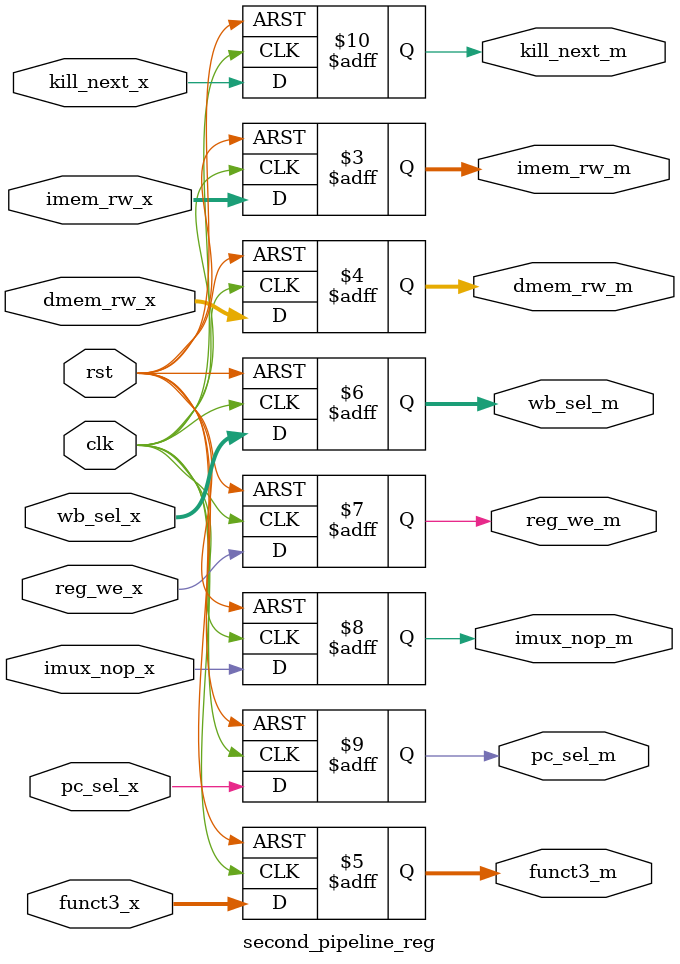
<source format=v>

module second_pipeline_reg(clk, imem_rw_x, dmem_rw_x, reg_we_x, wb_sel_x, funct3_x, imux_nop_x, pc_sel_x, kill_next_x, rst, 
                           imem_rw_m, dmem_rw_m, reg_we_m, wb_sel_m, funct3_m, imux_nop_m, pc_sel_m, kill_next_m);


    input [3:0] imem_rw_x, dmem_rw_x; 
    input [2:0] funct3_x;
    input [1:0] wb_sel_x;
    input reg_we_x, clk, imux_nop_x, rst, pc_sel_x, kill_next_x;


    output reg [3:0] imem_rw_m, dmem_rw_m; 
    output reg [2:0] funct3_m;
    output reg [1:0] wb_sel_m;
    output reg reg_we_m, imux_nop_m, pc_sel_m, kill_next_m;
    initial begin

        imem_rw_m = 4'd0;
        dmem_rw_m = 4'd0;
        wb_sel_m = 2'd0;
        reg_we_m = 1'd0;
        funct3_m = 3'b0;
        imux_nop_m = 1'b0;
        pc_sel_m = 1'b0;
        kill_next_m = 1'b0;
    end
        

    always @(posedge clk or posedge rst) begin
            if (rst) begin
                imem_rw_m <= 4'd0;
                dmem_rw_m <= 4'd0;
                wb_sel_m <= 2'd1;
                reg_we_m <= 1'd0;
                funct3_m <= 3'b0;
                imux_nop_m <= 1'b0;
                pc_sel_m <= 1'b0;
                kill_next_m <= 1'b0;
            end else begin

                imem_rw_m <= imem_rw_x;
                dmem_rw_m <= dmem_rw_x;   
                wb_sel_m <= wb_sel_x;     
                reg_we_m <= reg_we_x;    
                funct3_m <= funct3_x;
                imux_nop_m <= imux_nop_x;
                pc_sel_m <= pc_sel_x;
                kill_next_m <= kill_next_x;
            end
    end



endmodule // REGISTER

</source>
